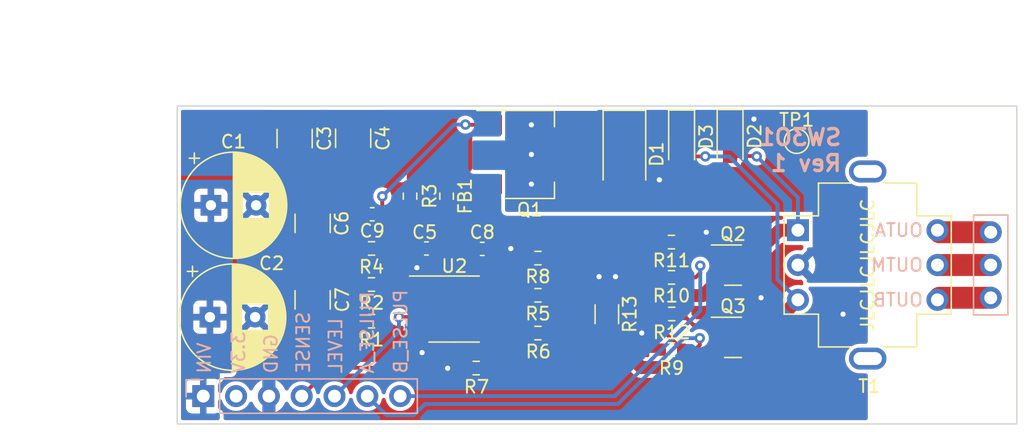
<source format=kicad_pcb>
(kicad_pcb (version 20211014) (generator pcbnew)
  (title_block (title "SW3O1") (date "2022-09-29") (rev "1") (company "saawsm"))
  (layers (0 "F.Cu" signal) (31 "B.Cu" signal) (34 "B.Paste" user) (35 "F.Paste" user) (36 "B.SilkS" user "B.Silkscreen") (37 "F.SilkS" user "F.Silkscreen") (38 "B.Mask" user) (39 "F.Mask" user) (44 "Edge.Cuts" user))
  (net 0 "")
  (net 1 "+9V")
  (net 2 "GND")
  (net 3 "/I_SENSE")
  (net 4 "/I_LIMIT")
  (net 5 "/PULSE_A")
  (net 6 "/PULSE_B")
  (net 7 "Net-(D2-Pad2)")
  (net 8 "Net-(D3-Pad2)")
  (net 9 "/OUTB")
  (net 10 "/OUTM")
  (net 11 "/OUTA")
  (net 13 "/PULSE_SRC")
  (net 14 "/V_AMP")
  (net 15 "Net-(D1-Pad1)")
  (net 16 "/V_SHUNT_N")
  (net 17 "Net-(C9-Pad2)")
  (net 18 "Net-(Q2-Pad1)")
  (net 19 "/V_SHUNT_P")
  (net 20 "Net-(Q3-Pad1)")
  (net 21 "Net-(R1-Pad1)")
  (net 22 "Net-(R2-Pad1)")
  (net 23 "Net-(R5-Pad2)")
  (net 24 "Net-(R6-Pad2)")
  (footprint "Package_TO_SOT_SMD:SOT-223-3_TabPin2" (layer "F.Cu") (at 114.175911 72.712443)
    (fp_text reference "Q1" (at 0 4.284712) (layer "F.SilkS"))
    (fp_text value "NTF2955T1G")
    (pad "1" smd rect locked (at -3.15 -2.3) (size 2 1.5) (layers "F.Cu" "F.Paste" "F.Mask") (net 17 "Net-(C9-Pad2)"))
    (pad "2" smd rect locked (at -3.15 0) (size 2 1.5) (layers "F.Cu" "F.Paste" "F.Mask") (net 13 "/PULSE_SRC"))
    (pad "2" smd rect locked (at 3.15 0) (size 2 3.8) (layers "F.Cu" "F.Paste" "F.Mask") (net 13 "/PULSE_SRC"))
    (pad "3" smd rect locked (at -3.15 2.3) (size 2 1.5) (layers "F.Cu" "F.Paste" "F.Mask") (net 1 "+9V"))
  )
  (footprint "Diode_SMD:D_SOD-123F" (layer "F.Cu") (at 125.929288 71.464962 -90)
    (fp_text reference "D3" (at -0.127 -1.905 90) (layer "F.SilkS"))
    (fp_text value "DSS14UTR")
    (pad "1" smd rect locked (at -1.4 0 270) (size 1.1 1.1) (layers "F.Cu" "F.Paste" "F.Mask") (net 15 "Net-(D1-Pad1)"))
    (pad "2" smd rect locked (at 1.4 0 270) (size 1.1 1.1) (layers "F.Cu" "F.Paste" "F.Mask") (net 8 "Net-(D3-Pad2)"))
  )
  (footprint "Resistor_SMD:R_0603_1608Metric" (layer "F.Cu") (at 104.907831 75.943129 90)
    (fp_text reference "R3" (at 0 1.524 90) (layer "F.SilkS"))
    (fp_text value "2K")
    (pad "1" smd roundrect locked (at -0.825 0 90) (size 0.8 0.95) (layers "F.Cu" "F.Paste" "F.Mask") (net 17 "Net-(C9-Pad2)"))
    (pad "2" smd roundrect locked (at 0.825 0 90) (size 0.8 0.95) (layers "F.Cu" "F.Paste" "F.Mask") (net 1 "+9V"))
  )
  (footprint "Diode_SMD:D_SOD-123F" (layer "F.Cu") (at 129.682564 71.431747 -90)
    (fp_text reference "D2" (at -0.127 -1.905 90) (layer "F.SilkS"))
    (fp_text value "DSS14UTR")
    (pad "1" smd rect locked (at -1.4 0 270) (size 1.1 1.1) (layers "F.Cu" "F.Paste" "F.Mask") (net 15 "Net-(D1-Pad1)"))
    (pad "2" smd rect locked (at 1.4 0 270) (size 1.1 1.1) (layers "F.Cu" "F.Paste" "F.Mask") (net 7 "Net-(D2-Pad2)"))
  )
  (footprint "Resistor_SMD:R_0603_1608Metric" (layer "F.Cu") (at 101.92096 82.78859 180)
    (fp_text reference "R2" (at -0.015359 -1.431296 180) (layer "F.SilkS"))
    (fp_text value "10K")
    (pad "1" smd roundrect locked (at -0.825 0 180) (size 0.8 0.95) (layers "F.Cu" "F.Paste" "F.Mask") (net 22 "Net-(R2-Pad1)"))
    (pad "2" smd roundrect locked (at 0.825 0 180) (size 0.8 0.95) (layers "F.Cu" "F.Paste" "F.Mask") (net 21 "Net-(R1-Pad1)"))
  )
  (footprint "Capacitor_SMD:C_1210_3225Metric" (layer "F.Cu") (at 95.971021 71.47436 -90)
    (fp_text reference "C3" (at 0 -2.3 90) (layer "F.SilkS"))
    (fp_text value "22uF")
    (pad "1" smd roundrect locked (at -1.475 0 270) (size 1.15 2.7) (layers "F.Cu" "F.Paste" "F.Mask") (roundrect_rratio 0.2173913043) (net 1 "+9V"))
    (pad "2" smd roundrect locked (at 1.475 0 270) (size 1.15 2.7) (layers "F.Cu" "F.Paste" "F.Mask") (roundrect_rratio 0.2173913043) (net 2 "GND"))
  )
  (footprint "Capacitor_THT:CP_Radial_D8.0mm_P3.50mm" (layer "F.Cu") (at 89.489926 76.651202)
    (fp_text reference "C1" (at 1.742969 -4.928796) (layer "F.SilkS"))
    (fp_text value "470uF")
    (pad "1" thru_hole rect locked (at 0 0) (size 1.6 1.6) (drill 0.8) (layers *.Cu *.Mask) (net 1 "+9V"))
    (pad "2" thru_hole circle locked (at 3.5 0) (size 1.6 1.6) (drill 0.8) (layers *.Cu *.Mask) (net 2 "GND"))
  )
  (footprint "Resistor_SMD:R_0603_1608Metric" (layer "F.Cu") (at 125.147816 82.237492 180)
    (fp_text reference "R10" (at 0 -1.43) (layer "F.SilkS"))
    (fp_text value "10K")
    (pad "1" smd roundrect locked (at -0.825 0 180) (size 0.8 0.95) (layers "F.Cu" "F.Paste" "F.Mask") (net 6 "/PULSE_B"))
    (pad "2" smd roundrect locked (at 0.825 0 180) (size 0.8 0.95) (layers "F.Cu" "F.Paste" "F.Mask") (net 2 "GND"))
  )
  (footprint "Resistor_SMD:R_0603_1608Metric" (layer "F.Cu") (at 114.808 80.743 180)
    (fp_text reference "R8" (at 0 -1.43) (layer "F.SilkS"))
    (fp_text value "100K")
    (pad "1" smd roundrect locked (at -0.825 0 180) (size 0.8 0.95) (layers "F.Cu" "F.Paste" "F.Mask") (net 23 "Net-(R5-Pad2)"))
    (pad "2" smd roundrect locked (at 0.825 0 180) (size 0.8 0.95) (layers "F.Cu" "F.Paste" "F.Mask") (net 3 "/I_SENSE"))
  )
  (footprint "Resistor_SMD:R_0603_1608Metric" (layer "F.Cu") (at 125.147816 87.838437 180)
    (fp_text reference "R9" (at 0 -1.43) (layer "F.SilkS"))
    (fp_text value "10K")
    (pad "1" smd roundrect locked (at -0.825 0 180) (size 0.8 0.95) (layers "F.Cu" "F.Paste" "F.Mask") (net 5 "/PULSE_A"))
    (pad "2" smd roundrect locked (at 0.825 0 180) (size 0.8 0.95) (layers "F.Cu" "F.Paste" "F.Mask") (net 2 "GND"))
  )
  (footprint "Resistor_SMD:R_0603_1608Metric" (layer "F.Cu") (at 125.143852 79.502533 180)
    (fp_text reference "R11" (at 0 -1.43) (layer "F.SilkS"))
    (fp_text value "100")
    (pad "1" smd roundrect locked (at -0.825 0 180) (size 0.8 0.95) (layers "F.Cu" "F.Paste" "F.Mask") (net 18 "Net-(Q2-Pad1)"))
    (pad "2" smd roundrect locked (at 0.825 0 180) (size 0.8 0.95) (layers "F.Cu" "F.Paste" "F.Mask") (net 6 "/PULSE_B"))
  )
  (footprint "Capacitor_SMD:C_0603_1608Metric" (layer "F.Cu") (at 106.176417 79.997484 180)
    (fp_text reference "C5" (at 0.14058 1.257484 180) (layer "F.SilkS"))
    (fp_text value "100nF")
    (pad "1" smd roundrect locked (at -0.775 0 180) (size 0.9 0.95) (layers "F.Cu" "F.Paste" "F.Mask") (net 14 "/V_AMP"))
    (pad "2" smd roundrect locked (at 0.775 0 180) (size 0.9 0.95) (layers "F.Cu" "F.Paste" "F.Mask") (net 2 "GND"))
  )
  (footprint "TestPoint:TestPoint_Pad_D1.5mm" (layer "F.Cu") (at 134.834278 71.680733)
    (fp_text reference "TP1" (at 0 -1.648) (layer "F.SilkS"))
    (fp_text value "PSRC")
    (pad "1" smd circle locked (at 0 0) (size 1.5 1.5) (layers "F.Cu" "F.Mask") (net 13 "/PULSE_SRC"))
  )
  (footprint "Package_TO_SOT_SMD:SOT-23" (layer "F.Cu") (at 129.910816 81.287492)
    (fp_text reference "Q2" (at 0 -2.4) (layer "F.SilkS"))
    (fp_text value "DMN2041L")
    (pad "1" smd roundrect locked (at -0.9375 -0.95) (size 1.475 0.6) (layers "F.Cu" "F.Paste" "F.Mask") (net 18 "Net-(Q2-Pad1)"))
    (pad "2" smd roundrect locked (at -0.9375 0.95) (size 1.475 0.6) (layers "F.Cu" "F.Paste" "F.Mask") (net 19 "/V_SHUNT_P"))
    (pad "3" smd roundrect locked (at 0.9375 0) (size 1.475 0.6) (layers "F.Cu" "F.Paste" "F.Mask") (net 7 "Net-(D2-Pad2)"))
  )
  (footprint "Resistor_SMD:R_0603_1608Metric" (layer "F.Cu") (at 101.923668 85.636759 180)
    (fp_text reference "R1" (at 0 -1.43) (layer "F.SilkS"))
    (fp_text value "10k")
    (pad "1" smd roundrect locked (at -0.825 0 180) (size 0.8 0.95) (layers "F.Cu" "F.Paste" "F.Mask") (net 21 "Net-(R1-Pad1)"))
    (pad "2" smd roundrect locked (at 0.825 0 180) (size 0.8 0.95) (layers "F.Cu" "F.Paste" "F.Mask") (net 2 "GND"))
  )
  (footprint "Resistor_SMD:R_0603_1608Metric" (layer "F.Cu") (at 125.164667 85.074579 180)
    (fp_text reference "R12" (at 0 -1.43) (layer "F.SilkS"))
    (fp_text value "100")
    (pad "1" smd roundrect locked (at -0.825 0 180) (size 0.8 0.95) (layers "F.Cu" "F.Paste" "F.Mask") (net 20 "Net-(Q3-Pad1)"))
    (pad "2" smd roundrect locked (at 0.825 0 180) (size 0.8 0.95) (layers "F.Cu" "F.Paste" "F.Mask") (net 5 "/PULSE_A"))
  )
  (footprint "SaawLib:SW32-MO_Header" (layer "F.Cu") (at 119.38 81.28)
    (fp_text reference "U1")
    (fp_text value "SW-32MO")
    (fp_text user "LEVEL" (at -20.239434 6.253036 90 unlocked) (layer "B.SilkS") (effects (justify mirror)))
    (fp_text user "OUTB" (at 23.296571 2.7 unlocked) (layer "B.SilkS") (effects (justify mirror)))
    (fp_text user "3.3V" (at -27.756241 6.776846 90 unlocked) (layer "B.SilkS") (effects (justify mirror)))
    (fp_text user "SENSE" (at -22.739434 6.014941 90 unlocked) (layer "B.SilkS") (effects (justify mirror)))
    (fp_text user "PULSE_A" (at -17.779434 5.229227 90 unlocked) (layer "B.SilkS") (effects (justify mirror)))
    (fp_text user "OUTA" (at 23.368 -2.7 unlocked) (layer "B.SilkS") (effects (justify mirror)))
    (fp_text user "PULSE_B" (at -15.195278 5.157798 90 unlocked) (layer "B.SilkS") (effects (justify mirror)))
    (fp_text user "VIN" (at -30.405819 7.205417 90 unlocked) (layer "B.SilkS") (effects (justify mirror)))
    (fp_text user "OUTM" (at 23.225143 0 unlocked) (layer "B.SilkS") (effects (justify mirror)))
    (fp_text user "GND" (at -25.239434 6.872084 90 unlocked) (layer "B.SilkS") (effects (justify mirror)))
    (pad "1" thru_hole rect locked (at -30.48 10.16 90) (size 1.7 1.7) (drill 1) (layers *.Cu *.Mask) (net 1 "+9V"))
    (pad "2" thru_hole oval locked (at -27.94 10.16 90) (size 1.7 1.7) (drill 1) (layers *.Cu *.Mask))
    (pad "3" thru_hole oval locked (at -25.4 10.16 90) (size 1.7 1.7) (drill 1) (layers *.Cu *.Mask) (net 2 "GND"))
    (pad "4" thru_hole oval locked (at -22.86 10.16 90) (size 1.7 1.7) (drill 1) (layers *.Cu *.Mask) (net 3 "/I_SENSE"))
    (pad "5" thru_hole oval locked (at -20.32 10.16 90) (size 1.7 1.7) (drill 1) (layers *.Cu *.Mask) (net 4 "/I_LIMIT"))
    (pad "6" thru_hole oval locked (at -17.78 10.16 90) (size 1.7 1.7) (drill 1) (layers *.Cu *.Mask) (net 5 "/PULSE_A"))
    (pad "7" thru_hole oval locked (at -15.24 10.16 90) (size 1.7 1.7) (drill 1) (layers *.Cu *.Mask) (net 6 "/PULSE_B"))
    (pad "8" thru_hole circle locked (at 30.48 -2.54) (size 1.7 1.7) (drill 1) (layers *.Cu *.Mask) (net 11 "/OUTA"))
    (pad "9" thru_hole oval locked (at 30.48 0) (size 1.7 1.7) (drill 1) (layers *.Cu *.Mask) (net 10 "/OUTM"))
    (pad "10" thru_hole oval locked (at 30.48 2.54) (size 1.7 1.7) (drill 1) (layers *.Cu *.Mask) (net 9 "/OUTB"))
  )
  (footprint "Diode_SMD:D_SMA" (layer "F.Cu") (at 121.50388 72.688933 -90)
    (fp_text reference "D1" (at 0 -2.5 90) (layer "F.SilkS"))
    (fp_text value "SML4746-E3/61")
    (pad "1" smd rect locked (at -2 0 270) (size 2.5 1.8) (layers "F.Cu" "F.Paste" "F.Mask") (net 15 "Net-(D1-Pad1)"))
    (pad "2" smd rect locked (at 2 0 270) (size 2.5 1.8) (layers "F.Cu" "F.Paste" "F.Mask") (net 13 "/PULSE_SRC"))
  )
  (footprint "Capacitor_SMD:C_0603_1608Metric" (layer "F.Cu") (at 110.497851 80.032206)
    (fp_text reference "C8" (at 0 -1.292206) (layer "F.SilkS"))
    (fp_text value "1uF")
    (pad "1" smd roundrect locked (at -0.775 0) (size 0.9 0.95) (layers "F.Cu" "F.Paste" "F.Mask") (net 14 "/V_AMP"))
    (pad "2" smd roundrect locked (at 0.775 0) (size 0.9 0.95) (layers "F.Cu" "F.Paste" "F.Mask") (net 2 "GND"))
  )
  (footprint "Resistor_SMD:R_0603_1608Metric" (layer "F.Cu") (at 114.808 83.6275 180)
    (fp_text reference "R5" (at 0 -1.43) (layer "F.SilkS"))
    (fp_text value "10k")
    (pad "1" smd roundrect locked (at -0.825 0 180) (size 0.8 0.95) (layers "F.Cu" "F.Paste" "F.Mask") (net 16 "/V_SHUNT_N"))
    (pad "2" smd roundrect locked (at 0.825 0 180) (size 0.8 0.95) (layers "F.Cu" "F.Paste" "F.Mask") (net 23 "Net-(R5-Pad2)"))
  )
  (footprint "NetTie:NetTie-2_SMD_Pad0.5mm" (layer "F.Cu") (at 117.602 83.6275)
    (fp_text reference "NT1" hide)
    (fp_text value "0.5 mm")
    (fp_poly (pts (xy -0.5 -0.25) (xy 0.5 -0.25) (xy 0.5 0.25) (xy -0.5 0.25)) (layer "F.Cu") (width 0) (fill solid))
    (pad "1" smd circle locked (at -0.5 0) (size 0.5 0.5) (layers "F.Cu") (net 16 "/V_SHUNT_N"))
    (pad "2" smd circle locked (at 0.5 0) (size 0.5 0.5) (layers "F.Cu") (net 2 "GND"))
  )
  (footprint "Capacitor_SMD:C_1210_3225Metric" (layer "F.Cu") (at 97.366043 83.979742 -90)
    (fp_text reference "C7" (at 0 -2.3 90) (layer "F.SilkS"))
    (fp_text value "22uF")
    (pad "1" smd roundrect locked (at -1.475 0 270) (size 1.15 2.7) (layers "F.Cu" "F.Paste" "F.Mask") (roundrect_rratio 0.2173913043) (net 1 "+9V"))
    (pad "2" smd roundrect locked (at 1.475 0 270) (size 1.15 2.7) (layers "F.Cu" "F.Paste" "F.Mask") (roundrect_rratio 0.2173913043) (net 2 "GND"))
  )
  (footprint "Capacitor_SMD:C_0603_1608Metric" (layer "F.Cu") (at 101.978916 77.34596)
    (fp_text reference "C9" (at 0 1.287405) (layer "F.SilkS"))
    (fp_text value "100nF")
    (pad "1" smd roundrect locked (at -0.775 0) (size 0.9 0.95) (layers "F.Cu" "F.Paste" "F.Mask") (net 2 "GND"))
    (pad "2" smd roundrect locked (at 0.775 0) (size 0.9 0.95) (layers "F.Cu" "F.Paste" "F.Mask") (net 17 "Net-(C9-Pad2)"))
  )
  (footprint "Capacitor_SMD:C_1210_3225Metric" (layer "F.Cu") (at 97.366043 78.050896 90)
    (fp_text reference "C6" (at 0 2.254234 90) (layer "F.SilkS"))
    (fp_text value "22uF")
    (pad "1" smd roundrect locked (at -1.475 0 90) (size 1.15 2.7) (layers "F.Cu" "F.Paste" "F.Mask") (roundrect_rratio 0.2173913043) (net 1 "+9V"))
    (pad "2" smd roundrect locked (at 1.475 0 90) (size 1.15 2.7) (layers "F.Cu" "F.Paste" "F.Mask") (roundrect_rratio 0.2173913043) (net 2 "GND"))
  )
  (footprint "Capacitor_SMD:C_1210_3225Metric" (layer "F.Cu") (at 100.50391 71.45412 -90)
    (fp_text reference "C4" (at 0 -2.3 90) (layer "F.SilkS"))
    (fp_text value "22uF")
    (pad "1" smd roundrect locked (at -1.475 0 270) (size 1.15 2.7) (layers "F.Cu" "F.Paste" "F.Mask") (roundrect_rratio 0.2173913043) (net 1 "+9V"))
    (pad "2" smd roundrect locked (at 1.475 0 270) (size 1.15 2.7) (layers "F.Cu" "F.Paste" "F.Mask") (roundrect_rratio 0.2173913043) (net 2 "GND"))
  )
  (footprint "Capacitor_THT:CP_Radial_D8.0mm_P3.50mm" (layer "F.Cu") (at 89.415192 85.320272)
    (fp_text reference "C2" (at 4.777956 -4.166805) (layer "F.SilkS"))
    (fp_text value "470uF")
    (pad "1" thru_hole rect locked (at 0 0) (size 1.6 1.6) (drill 0.8) (layers *.Cu *.Mask) (net 1 "+9V"))
    (pad "2" thru_hole circle locked (at 3.5 0) (size 1.6 1.6) (drill 0.8) (layers *.Cu *.Mask) (net 2 "GND"))
  )
  (footprint "Resistor_SMD:R_1206_3216Metric" (layer "F.Cu") (at 120.142 85.09 90)
    (fp_text reference "R13" (at 0 1.778 270) (layer "F.SilkS"))
    (fp_text value "0.1")
    (pad "1" smd roundrect locked (at -1.4625 0 90) (size 1.125 1.75) (layers "F.Cu" "F.Paste" "F.Mask") (roundrect_rratio 0.2222222222) (net 19 "/V_SHUNT_P"))
    (pad "2" smd roundrect locked (at 1.4625 0 90) (size 1.125 1.75) (layers "F.Cu" "F.Paste" "F.Mask") (roundrect_rratio 0.2222222222) (net 2 "GND"))
  )
  (footprint "Package_TO_SOT_SMD:SOT-23" (layer "F.Cu") (at 129.910816 86.888437)
    (fp_text reference "Q3" (at 0 -2.414) (layer "F.SilkS"))
    (fp_text value "DMN2041L")
    (pad "1" smd roundrect locked (at -0.9375 -0.95) (size 1.475 0.6) (layers "F.Cu" "F.Paste" "F.Mask") (net 20 "Net-(Q3-Pad1)"))
    (pad "2" smd roundrect locked (at -0.9375 0.95) (size 1.475 0.6) (layers "F.Cu" "F.Paste" "F.Mask") (net 19 "/V_SHUNT_P"))
    (pad "3" smd roundrect locked (at 0.9375 0) (size 1.475 0.6) (layers "F.Cu" "F.Paste" "F.Mask") (net 8 "Net-(D3-Pad2)"))
  )
  (footprint "Resistor_SMD:R_0603_1608Metric" (layer "F.Cu") (at 101.928916 79.997484)
    (fp_text reference "R4" (at -0.000477 1.427774) (layer "F.SilkS"))
    (fp_text value "1K")
    (pad "1" smd roundrect locked (at -0.825 0) (size 0.8 0.95) (layers "F.Cu" "F.Paste" "F.Mask") (net 22 "Net-(R2-Pad1)"))
    (pad "2" smd roundrect locked (at 0.825 0) (size 0.8 0.95) (layers "F.Cu" "F.Paste" "F.Mask") (net 17 "Net-(C9-Pad2)"))
  )
  (footprint "SaawLib:42TL" (layer "F.Cu") (at 140.335 81.28)
    (fp_text reference "T1" (at 0.127 9.398 unlocked) (layer "F.SilkS"))
    (fp_text value "42TL004-RC")
    (pad "" thru_hole oval locked (at 0 7.25) (size 2.9 1.7) (drill oval 2.2 1) (layers *.Cu *.Mask))
    (pad "" thru_hole oval locked (at 0 -7.25) (size 2.9 1.7) (drill oval 2.2 1) (layers *.Cu *.Mask))
    (pad "1" thru_hole rect locked (at -5.4 -2.7) (size 1.7 1.7) (drill 1) (layers *.Cu *.Mask) (net 7 "Net-(D2-Pad2)"))
    (pad "2" thru_hole circle locked (at -5.4 0) (size 1.7 1.7) (drill 1) (layers *.Cu *.Mask) (net 13 "/PULSE_SRC"))
    (pad "3" thru_hole circle locked (at -5.4 2.7) (size 1.7 1.7) (drill 1) (layers *.Cu *.Mask) (net 8 "Net-(D3-Pad2)"))
    (pad "4" thru_hole circle locked (at 5.4 2.7) (size 1.7 1.7) (drill 1) (layers *.Cu *.Mask) (net 9 "/OUTB"))
    (pad "5" thru_hole circle locked (at 5.4 0) (size 1.7 1.7) (drill 1) (layers *.Cu *.Mask) (net 10 "/OUTM"))
    (pad "6" thru_hole circle locked (at 5.4 -2.7) (size 1.7 1.7) (drill 1) (layers *.Cu *.Mask) (net 11 "/OUTA"))
  )
  (footprint "Resistor_SMD:R_0603_1608Metric" (layer "F.Cu") (at 107.737091 75.943129 -90)
    (fp_text reference "FB1" (at 0 -1.43 90) (layer "F.SilkS"))
    (fp_text value "100")
    (pad "1" smd roundrect locked (at -0.825 0 270) (size 0.8 0.95) (layers "F.Cu" "F.Paste" "F.Mask") (net 1 "+9V"))
    (pad "2" smd roundrect locked (at 0.825 0 270) (size 0.8 0.95) (layers "F.Cu" "F.Paste" "F.Mask") (net 14 "/V_AMP"))
  )
  (footprint "Resistor_SMD:R_0603_1608Metric" (layer "F.Cu") (at 110.032225 89.26559 180)
    (fp_text reference "R7" (at -0.02012 -1.463635) (layer "F.SilkS"))
    (fp_text value "100K")
    (pad "1" smd roundrect locked (at -0.825 0 180) (size 0.8 0.95) (layers "F.Cu" "F.Paste" "F.Mask") (net 24 "Net-(R6-Pad2)"))
    (pad "2" smd roundrect locked (at 0.825 0 180) (size 0.8 0.95) (layers "F.Cu" "F.Paste" "F.Mask") (net 2 "GND"))
  )
  (footprint "Package_SO:SOIC-8_3.9x4.9mm_P1.27mm" (layer "F.Cu") (at 108.317225 84.69359)
    (fp_text reference "U2" (at 0.019247 -3.327503) (layer "F.SilkS"))
    (fp_text value "LM358ADT")
    (pad "1" smd roundrect locked (at -2.475 -1.905) (size 1.95 0.6) (layers "F.Cu" "F.Paste" "F.Mask") (net 22 "Net-(R2-Pad1)"))
    (pad "2" smd roundrect locked (at -2.475 -0.635) (size 1.95 0.6) (layers "F.Cu" "F.Paste" "F.Mask") (net 21 "Net-(R1-Pad1)"))
    (pad "3" smd roundrect locked (at -2.475 0.635) (size 1.95 0.6) (layers "F.Cu" "F.Paste" "F.Mask") (net 4 "/I_LIMIT"))
    (pad "4" smd roundrect locked (at -2.475 1.905) (size 1.95 0.6) (layers "F.Cu" "F.Paste" "F.Mask") (net 2 "GND"))
    (pad "5" smd roundrect locked (at 2.475 1.905) (size 1.95 0.6) (layers "F.Cu" "F.Paste" "F.Mask") (net 24 "Net-(R6-Pad2)"))
    (pad "6" smd roundrect locked (at 2.475 0.635) (size 1.95 0.6) (layers "F.Cu" "F.Paste" "F.Mask") (net 23 "Net-(R5-Pad2)"))
    (pad "7" smd roundrect locked (at 2.475 -0.635) (size 1.95 0.6) (layers "F.Cu" "F.Paste" "F.Mask") (net 3 "/I_SENSE"))
    (pad "8" smd roundrect locked (at 2.475 -1.905) (size 1.95 0.6) (layers "F.Cu" "F.Paste" "F.Mask") (net 14 "/V_AMP"))
  )
  (footprint "Resistor_SMD:R_0603_1608Metric" (layer "F.Cu") (at 114.808 86.5525 180)
    (fp_text reference "R6" (at -0.026108 -1.440824 180) (layer "F.SilkS"))
    (fp_text value "10k")
    (pad "1" smd roundrect locked (at -0.825 0 180) (size 0.8 0.95) (layers "F.Cu" "F.Paste" "F.Mask") (net 19 "/V_SHUNT_P"))
    (pad "2" smd roundrect locked (at 0.825 0 180) (size 0.8 0.95) (layers "F.Cu" "F.Paste" "F.Mask") (net 24 "Net-(R6-Pad2)"))
  )
  (gr_rect locked (start 86.88 68.958086) (end 151.88 93.599589) (layer "Edge.Cuts") (width 0.1) (fill none))
  (gr_text "SW3O1\nRev 1" (at 138.43 72.39) (layer "B.SilkS") (effects (font (size 1.25 1.25) (thickness 0.25)) (justify left mirror)))
  (gr_text "JLCJLCJLCJLC" (at 140.335 81.28 90) (layer "F.SilkS") (effects (font (size 1 1))))
  (segment locked (start 118.102 83.6275) (end 120.142 83.6275) (width 0.3) (layer "F.Cu") (net 2))
  (via locked (at 120.810241 82.182256) (size 0.8) (drill 0.4) (layers "F.Cu" "B.Cu") (net 2))
  (via locked (at 132.08 83.82) (size 0.8) (drill 0.4) (layers "F.Cu" "B.Cu") (net 2))
  (via locked (at 107.817168 89.28091) (size 0.8) (drill 0.4) (layers "F.Cu" "B.Cu") (net 2))
  (via locked (at 105.437768 81.490575) (size 0.8) (drill 0.4) (layers "F.Cu" "B.Cu") (net 2))
  (via locked (at 127.840505 78.74) (size 0.8) (drill 0.4) (layers "F.Cu" "B.Cu") (net 2))
  (via locked (at 119.540241 82.182256) (size 0.8) (drill 0.4) (layers "F.Cu" "B.Cu") (net 2))
  (via locked (at 138.43 85.09) (size 0.8) (drill 0.4) (layers "F.Cu" "B.Cu") (net 2))
  (via locked (at 105.837654 88.067838) (size 0.8) (drill 0.4) (layers "F.Cu" "B.Cu") (net 2))
  (via locked (at 122.849822 86.548369) (size 0.8) (drill 0.4) (layers "F.Cu" "B.Cu") (net 2))
  (via locked (at 112.705568 80.010449) (size 0.8) (drill 0.4) (layers "F.Cu" "B.Cu") (net 2))
  (segment locked (start 108.441221 87.157754) (end 108.441221 85.067166) (width 0.3) (layer "F.Cu") (net 3))
  (segment locked (start 106.357094 89.241881) (end 108.441221 87.157754) (width 0.3) (layer "F.Cu") (net 3))
  (segment locked (start 96.52 91.44) (end 98.718119 89.241881) (width 0.3) (layer "F.Cu") (net 3))
  (segment locked (start 109.449797 84.05859) (end 110.792225 84.05859) (width 0.3) (layer "F.Cu") (net 3))
  (segment locked (start 98.718119 89.241881) (end 106.357094 89.241881) (width 0.3) (layer "F.Cu") (net 3))
  (segment locked (start 108.441221 85.067166) (end 109.449797 84.05859) (width 0.3) (layer "F.Cu") (net 3))
  (segment locked (start 110.792225 84.05859) (end 112.201763 84.05859) (width 0.3) (layer "F.Cu") (net 3))
  (segment locked (start 113.973973 80.743) (end 113.983 80.743) (width 0.3) (layer "F.Cu") (net 3))
  (segment locked (start 112.751685 83.508668) (end 112.751685 81.965288) (width 0.3) (layer "F.Cu") (net 3))
  (segment locked (start 112.751685 81.965288) (end 113.973973 80.743) (width 0.3) (layer "F.Cu") (net 3))
  (segment locked (start 112.201763 84.05859) (end 112.751685 83.508668) (width 0.3) (layer "F.Cu") (net 3))
  (segment locked (start 105.842225 85.32859) (end 105.830315 85.31668) (width 0.3) (layer "F.Cu") (net 4))
  (segment locked (start 105.830315 85.31668) (end 104.046914 85.31668) (width 0.3) (layer "F.Cu") (net 4))
  (via locked (at 104.046914 85.31668) (size 0.8) (drill 0.4) (layers "F.Cu" "B.Cu") (net 4))
  (segment locked (start 99.06 91.44) (end 104.046914 86.453086) (width 0.3) (layer "B.Cu") (net 4))
  (segment locked (start 104.046914 86.453086) (end 104.046914 85.31668) (width 0.3) (layer "B.Cu") (net 4))
  (segment locked (start 124.339667 86.205288) (end 125.972816 87.838437) (width 0.3) (layer "F.Cu") (net 5))
  (segment locked (start 125.972816 87.838437) (end 126.981714 87.838437) (width 0.3) (layer "F.Cu") (net 5))
  (segment locked (start 126.981714 87.838437) (end 127.336005 87.484146) (width 0.3) (layer "F.Cu") (net 5))
  (segment locked (start 124.339667 85.074579) (end 124.339667 86.205288) (width 0.3) (layer "F.Cu") (net 5))
  (segment locked (start 127.336005 87.484146) (end 127.336005 86.949645) (width 0.3) (layer "F.Cu") (net 5))
  (via locked (at 127.336005 86.949645) (size 0.8) (drill 0.4) (layers "F.Cu" "B.Cu") (net 5))
  (segment locked (start 121.005472 92.051402) (end 126.107229 86.949645) (width 0.3) (layer "B.Cu") (net 5))
  (segment locked (start 105.195703 92.924297) (end 106.068598 92.051402) (width 0.3) (layer "B.Cu") (net 5))
  (segment locked (start 126.107229 86.949645) (end 127.336005 86.949645) (width 0.3) (layer "B.Cu") (net 5))
  (segment locked (start 106.068598 92.051402) (end 121.005472 92.051402) (width 0.3) (layer "B.Cu") (net 5))
  (segment locked (start 103.084297 92.924297) (end 105.195703 92.924297) (width 0.3) (layer "B.Cu") (net 5))
  (segment locked (start 101.6 91.44) (end 103.084297 92.924297) (width 0.3) (layer "B.Cu") (net 5))
  (segment locked (start 124.318852 79.502533) (end 124.318852 80.583528) (width 0.3) (layer "F.Cu") (net 6))
  (segment locked (start 127.015776 82.237492) (end 127.373957 81.879311) (width 0.3) (layer "F.Cu") (net 6))
  (segment locked (start 125.972816 82.237492) (end 127.015776 82.237492) (width 0.3) (layer "F.Cu") (net 6))
  (segment locked (start 124.318852 80.583528) (end 125.972816 82.237492) (width 0.3) (layer "F.Cu") (net 6))
  (segment locked (start 127.373957 81.879311) (end 127.373957 81.332756) (width 0.3) (layer "F.Cu") (net 6))
  (via locked (at 127.373957 81.332756) (size 0.8) (drill 0.4) (layers "F.Cu" "B.Cu") (net 6))
  (segment locked (start 120.763854 91.44) (end 127.373957 84.829897) (width 0.3) (layer "B.Cu") (net 6))
  (segment locked (start 104.14 91.44) (end 120.763854 91.44) (width 0.3) (layer "B.Cu") (net 6))
  (segment locked (start 127.373957 84.829897) (end 127.373957 81.332756) (width 0.3) (layer "B.Cu") (net 6))
  (segment locked (start 129.682564 72.831747) (end 131.716754 72.831747) (width 0.3) (layer "F.Cu") (net 7))
  (segment locked (start 131.716754 72.831747) (end 131.747851 72.862844) (width 0.3) (layer "F.Cu") (net 7))
  (segment locked (start 133.51 78.58) (end 134.935 78.58) (width 1) (layer "F.Cu") (net 7))
  (segment locked (start 130.848316 81.287492) (end 130.848316 81.241684) (width 1) (layer "F.Cu") (net 7))
  (segment locked (start 130.848316 81.241684) (end 133.51 78.58) (width 1) (layer "F.Cu") (net 7))
  (via locked (at 131.747851 72.862844) (size 0.8) (drill 0.4) (layers "F.Cu" "B.Cu") (net 7))
  (segment locked (start 131.747851 72.862844) (end 134.935 76.049993) (width 0.3) (layer "B.Cu") (net 7))
  (segment locked (start 134.935 76.049993) (end 134.935 78.58) (width 0.3) (layer "B.Cu") (net 7))
  (segment locked (start 127.759954 72.864962) (end 127.762072 72.862844) (width 0.3) (layer "F.Cu") (net 8))
  (segment locked (start 130.848316 86.888437) (end 132.026563 86.888437) (width 1) (layer "F.Cu") (net 8))
  (segment locked (start 132.026563 86.888437) (end 134.935 83.98) (width 1) (layer "F.Cu") (net 8))
  (segment locked (start 125.929288 72.864962) (end 127.759954 72.864962) (width 0.3) (layer "F.Cu") (net 8))
  (via locked (at 127.762072 72.862844) (size 0.8) (drill 0.4) (layers "F.Cu" "B.Cu") (net 8))
  (segment locked (start 127.762072 72.862844) (end 127.762236 72.863008) (width 0.3) (layer "B.Cu") (net 8))
  (segment locked (start 133.35 76.597105) (end 133.35 82.395) (width 0.3) (layer "B.Cu") (net 8))
  (segment locked (start 129.615903 72.863008) (end 133.35 76.597105) (width 0.3) (layer "B.Cu") (net 8))
  (segment locked (start 127.762236 72.863008) (end 129.615903 72.863008) (width 0.3) (layer "B.Cu") (net 8))
  (segment locked (start 133.35 82.395) (end 134.935 83.98) (width 0.3) (layer "B.Cu") (net 8))
  (segment locked (start 149.86 83.82) (end 145.895 83.82) (width 1.7) (layer "F.Cu") (net 9))
  (segment locked (start 145.735 81.28) (end 149.86 81.28) (width 1.7) (layer "F.Cu") (net 10))
  (segment locked (start 149.86 78.74) (end 145.895 78.74) (width 1.7) (layer "F.Cu") (net 11))
  (via locked (at 124.206 74.676) (size 0.8) (drill 0.4) (layers "F.Cu" "B.Cu") (net 13))
  (via locked (at 114.3 75.012443) (size 0.8) (drill 0.4) (layers "F.Cu" "B.Cu") (net 13))
  (via locked (at 131.530637 69.969867) (size 0.8) (drill 0.4) (layers "F.Cu" "B.Cu") (net 13))
  (via locked (at 114.3 72.712443) (size 0.8) (drill 0.4) (layers "F.Cu" "B.Cu") (net 13))
  (via locked (at 114.3 70.412443) (size 0.8) (drill 0.4) (layers "F.Cu" "B.Cu") (net 13))
  (segment locked (start 109.688129 79.997484) (end 109.722851 80.032206) (width 0.3) (layer "F.Cu") (net 14))
  (segment locked (start 106.951417 79.997484) (end 109.688129 79.997484) (width 0.3) (layer "F.Cu") (net 14))
  (segment locked (start 109.722851 80.032206) (end 110.792225 81.10158) (width 0.3) (layer "F.Cu") (net 14))
  (segment locked (start 106.951417 79.997484) (end 106.951417 77.553803) (width 0.3) (layer "F.Cu") (net 14))
  (segment locked (start 106.951417 77.553803) (end 107.737091 76.768129) (width 0.3) (layer "F.Cu") (net 14))
  (segment locked (start 110.792225 81.10158) (end 110.792225 82.78859) (width 0.3) (layer "F.Cu") (net 14))
  (segment locked (start 115.633 83.6275) (end 117.102 83.6275) (width 0.2) (layer "F.Cu") (net 16))
  (segment locked (start 102.753916 75.961945) (end 102.760385 75.955476) (width 0.3) (layer "F.Cu") (net 17))
  (segment locked (start 102.753916 79.997484) (end 102.753916 77.34596) (width 0.3) (layer "F.Cu") (net 17))
  (segment locked (start 103.49597 77.34994) (end 104.077781 76.768129) (width 0.3) (layer "F.Cu") (net 17))
  (segment locked (start 102.757896 77.34994) (end 103.49597 77.34994) (width 0.3) (layer "F.Cu") (net 17))
  (segment locked (start 102.753916 77.34596) (end 102.753916 75.961945) (width 0.3) (layer "F.Cu") (net 17))
  (segment locked (start 111.025911 70.412443) (end 109.210696 70.412443) (width 0.3) (layer "F.Cu") (net 17))
  (segment locked (start 109.210696 70.412443) (end 109.194698 70.396445) (width 0.3) (layer "F.Cu") (net 17))
  (segment locked (start 102.753916 77.34596) (end 102.757896 77.34994) (width 0.3) (layer "F.Cu") (net 17))
  (segment locked (start 104.077781 76.768129) (end 104.907831 76.768129) (width 0.3) (layer "F.Cu") (net 17))
  (via locked (at 109.194698 70.396445) (size 0.8) (drill 0.4) (layers "F.Cu" "B.Cu") (net 17))
  (via locked (at 102.760385 75.955476) (size 0.8) (drill 0.4) (layers "F.Cu" "B.Cu") (net 17))
  (segment locked (start 109.194698 70.396445) (end 108.319417 70.396445) (width 0.3) (layer "B.Cu") (net 17))
  (segment locked (start 108.319417 70.396445) (end 102.760385 75.955476) (width 0.3) (layer "B.Cu") (net 17))
  (segment locked (start 128.973316 80.337492) (end 126.803811 80.337492) (width 0.3) (layer "F.Cu") (net 18))
  (segment locked (start 126.803811 80.337492) (end 125.968852 79.502533) (width 0.3) (layer "F.Cu") (net 18))
  (segment locked (start 120.142 86.5525) (end 120.142 86.552721) (width 1) (layer "F.Cu") (net 19))
  (segment locked (start 127.586723 89.22503) (end 128.973316 87.838437) (width 1) (layer "F.Cu") (net 19))
  (segment locked (start 122.814309 89.22503) (end 127.586723 89.22503) (width 1) (layer "F.Cu") (net 19))
  (segment locked (start 120.142 86.552721) (end 122.814309 89.22503) (width 1) (layer "F.Cu") (net 19))
  (segment locked (start 123.043894 83.650606) (end 120.142 86.5525) (width 1) (layer "F.Cu") (net 19))
  (segment locked (start 127.560202 83.650606) (end 123.043894 83.650606) (width 1) (layer "F.Cu") (net 19))
  (segment locked (start 128.973316 82.237492) (end 127.560202 83.650606) (width 1) (layer "F.Cu") (net 19))
  (segment locked (start 115.633 86.5525) (end 120.142 86.5525) (width 0.2) (layer "F.Cu") (net 19))
  (segment locked (start 126.853525 85.938437) (end 128.973316 85.938437) (width 0.3) (layer "F.Cu") (net 20))
  (segment locked (start 125.989667 85.074579) (end 126.853525 85.938437) (width 0.3) (layer "F.Cu") (net 20))
  (segment locked (start 102.831352 84.05859) (end 102.36596 84.05859) (width 0.3) (layer "F.Cu") (net 21))
  (segment locked (start 105.842225 84.05859) (end 102.831352 84.05859) (width 0.3) (layer "F.Cu") (net 21))
  (segment locked (start 102.36596 84.05859) (end 101.09596 82.78859) (width 0.3) (layer "F.Cu") (net 21))
  (segment locked (start 102.748668 84.141274) (end 102.831352 84.05859) (width 0.3) (layer "F.Cu") (net 21))
  (segment locked (start 102.748668 85.636759) (end 102.748668 84.141274) (width 0.3) (layer "F.Cu") (net 21))
  (segment locked (start 102.74596 82.78859) (end 105.842225 82.78859) (width 0.3) (layer "F.Cu") (net 22))
  (segment locked (start 102.74596 82.78859) (end 101.103916 81.146546) (width 0.3) (layer "F.Cu") (net 22))
  (segment locked (start 101.103916 81.146546) (end 101.103916 80.037768) (width 0.3) (layer "F.Cu") (net 22))
  (segment locked (start 113.206831 85.293419) (end 111.227527 85.293419) (width 0.3) (layer "F.Cu") (net 23))
  (segment locked (start 115.633 80.743) (end 115.633 80.779161) (width 0.3) (layer "F.Cu") (net 23))
  (segment locked (start 115.633 80.779161) (end 113.983 82.429161) (width 0.3) (layer "F.Cu") (net 23))
  (segment locked (start 113.983 84.51725) (end 113.206831 85.293419) (width 0.3) (layer "F.Cu") (net 23))
  (segment locked (start 113.983 83.6275) (end 113.983 84.51725) (width 0.3) (layer "F.Cu") (net 23))
  (segment locked (start 113.983 82.429161) (end 113.983 83.6275) (width 0.3) (layer "F.Cu") (net 23))
  (segment locked (start 111.227527 86.563419) (end 113.972081 86.563419) (width 0.3) (layer "F.Cu") (net 24))
  (segment locked (start 113.972081 86.563419) (end 113.983 86.5525) (width 0.3) (layer "F.Cu") (net 24))
  (segment locked (start 110.792225 86.59859) (end 110.792225 89.20059) (width 0.3) (layer "F.Cu") (net 24))
  (zone locked (net 15) (net_name "Net-(D1-Pad1)") (layer "F.Cu") (priority 3) (connect_pads (clearance 0.3)) (min_thickness 0.3) (fill yes (thermal_gap 0.5) (thermal_bridge_width 0.5))
    (polygon (pts (xy 129.998878 72.009252) (xy 120.609771 72.009792) (xy 120.615355 68.075496) (xy 129.999756 68.075145)))
  )
  (zone locked (net 1) (net_name "+9V") (layer "F.Cu") (priority 1) (connect_pads (clearance 0.3)) (min_thickness 0.3) (fill yes (thermal_gap 0.5) (thermal_bridge_width 0.5))
    (polygon (pts (xy 109.728 73.914) (xy 112.268 73.914) (xy 112.268 75.946) (xy 102.362 75.946) (xy 102.362 72.280676) (xy 91.186 72.280676) (xy 91.186 77.978) (xy 99.06 77.978) (xy 99.06 83.988853) (xy 91.186 83.988853) (xy 91.186 89.662) (xy 90.17 89.662) (xy 90.17 93.472) (xy 86.868 93.472) (xy 86.868 68.834) (xy 109.728 68.834)))
  )
  (zone locked (net 13) (net_name "/PULSE_SRC") (layers F&B.Cu) (priority 2) (connect_pads (clearance 0.3)) (min_thickness 0.3) (fill yes (thermal_gap 0.5) (thermal_bridge_width 1))
    (polygon (pts (xy 120.65 71.882) (xy 125.222 71.882) (xy 125.222 73.406) (xy 129.965368 73.406) (xy 129.965368 67.31) (xy 140.33473 67.31) (xy 140.33473 82.654794) (xy 133.858 82.654794) (xy 133.858 79.922252) (xy 136.084111 79.922252) (xy 136.084111 77.157392) (xy 112.268 77.157392) (xy 112.268 73.914) (xy 109.728 73.914) (xy 109.728 71.628) (xy 112.268 71.628) (xy 112.268 69.342) (xy 120.65 69.342)))
  )
  (zone locked (net 2) (net_name "GND") (layers F&B.Cu) (connect_pads (clearance 0.3)) (min_thickness 0.3) (fill yes (thermal_gap 0.5) (thermal_bridge_width 0.5))
    (polygon (pts (xy 140.335 68.58) (xy 140.335 94.234) (xy 86.36 94.234) (xy 86.36 68.326)))
  )
  (zone locked (net 1) (net_name "+9V") (layer "B.Cu") (priority 1) (connect_pads (clearance 0.3)) (min_thickness 0.3) (fill yes (thermal_gap 0.5) (thermal_bridge_width 0.5))
    (polygon (pts (xy 91.186 89.662) (xy 90.17 89.662) (xy 90.17 93.726) (xy 86.868 93.726) (xy 86.868 74.676) (xy 91.186 74.676)))
  )
  (zone locked (net 13) (net_name "/PULSE_SRC") (layer "B.Cu") (priority 2) (connect_pads yes (clearance 0.3)) (min_thickness 0.3) (fill yes (thermal_gap 0.5) (thermal_bridge_width 2))
    (polygon (pts (xy 131.064 73.66) (xy 119.38 73.66) (xy 119.38 67.31) (xy 131.064 67.31)))
  )
)
</source>
